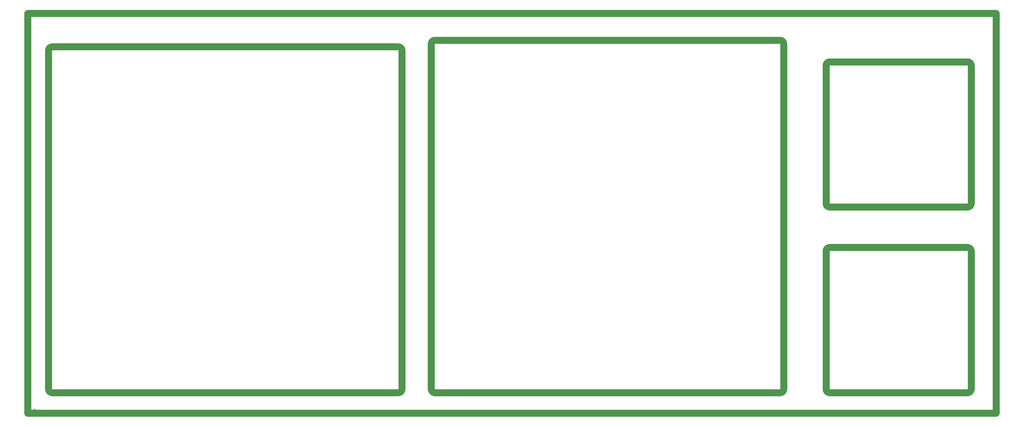
<source format=gm1>
%FSLAX25Y25*%
%MOIN*%
G70*
G01*
G75*
G04 Layer_Color=16711935*
%ADD10O,0.02362X0.05906*%
G04:AMPARAMS|DCode=11|XSize=23.62mil|YSize=35.43mil|CornerRadius=5.91mil|HoleSize=0mil|Usage=FLASHONLY|Rotation=180.000|XOffset=0mil|YOffset=0mil|HoleType=Round|Shape=RoundedRectangle|*
%AMROUNDEDRECTD11*
21,1,0.02362,0.02362,0,0,180.0*
21,1,0.01181,0.03543,0,0,180.0*
1,1,0.01181,-0.00591,0.01181*
1,1,0.01181,0.00591,0.01181*
1,1,0.01181,0.00591,-0.01181*
1,1,0.01181,-0.00591,-0.01181*
%
%ADD11ROUNDEDRECTD11*%
%ADD12R,0.01654X0.03500*%
%ADD13R,0.03543X0.02756*%
G04:AMPARAMS|DCode=14|XSize=23.62mil|YSize=35.43mil|CornerRadius=5.91mil|HoleSize=0mil|Usage=FLASHONLY|Rotation=270.000|XOffset=0mil|YOffset=0mil|HoleType=Round|Shape=RoundedRectangle|*
%AMROUNDEDRECTD14*
21,1,0.02362,0.02362,0,0,270.0*
21,1,0.01181,0.03543,0,0,270.0*
1,1,0.01181,-0.01181,-0.00591*
1,1,0.01181,-0.01181,0.00591*
1,1,0.01181,0.01181,0.00591*
1,1,0.01181,0.01181,-0.00591*
%
%ADD14ROUNDEDRECTD14*%
%ADD15R,0.05906X0.09449*%
%ADD16R,0.09685X0.09095*%
%ADD17O,0.05512X0.01772*%
%ADD18R,0.02756X0.03543*%
G04:AMPARAMS|DCode=19|XSize=31.5mil|YSize=66.93mil|CornerRadius=7.87mil|HoleSize=0mil|Usage=FLASHONLY|Rotation=90.000|XOffset=0mil|YOffset=0mil|HoleType=Round|Shape=RoundedRectangle|*
%AMROUNDEDRECTD19*
21,1,0.03150,0.05118,0,0,90.0*
21,1,0.01575,0.06693,0,0,90.0*
1,1,0.01575,0.02559,0.00787*
1,1,0.01575,0.02559,-0.00787*
1,1,0.01575,-0.02559,-0.00787*
1,1,0.01575,-0.02559,0.00787*
%
%ADD19ROUNDEDRECTD19*%
G04:AMPARAMS|DCode=20|XSize=82.68mil|YSize=137.8mil|CornerRadius=20.67mil|HoleSize=0mil|Usage=FLASHONLY|Rotation=90.000|XOffset=0mil|YOffset=0mil|HoleType=Round|Shape=RoundedRectangle|*
%AMROUNDEDRECTD20*
21,1,0.08268,0.09646,0,0,90.0*
21,1,0.04134,0.13780,0,0,90.0*
1,1,0.04134,0.04823,0.02067*
1,1,0.04134,0.04823,-0.02067*
1,1,0.04134,-0.04823,-0.02067*
1,1,0.04134,-0.04823,0.02067*
%
%ADD20ROUNDEDRECTD20*%
%ADD21C,0.01181*%
%ADD22C,0.00787*%
%ADD23C,0.01969*%
%ADD24C,0.04331*%
%ADD25C,0.07874*%
%ADD26C,0.05512*%
%ADD27C,0.04724*%
%ADD28C,0.05906*%
%ADD29C,0.01000*%
%ADD30C,0.11798*%
%ADD31O,0.09843X0.02953*%
%ADD32O,0.04803X0.01575*%
%ADD33R,0.08661X0.03150*%
%ADD34O,0.01102X0.02520*%
%ADD35O,0.02520X0.01102*%
%ADD36O,0.00984X0.03189*%
%ADD37O,0.03189X0.00984*%
%ADD38R,0.01969X0.01181*%
%ADD39C,0.03937*%
%ADD40C,0.07087*%
%ADD41C,0.11794*%
%ADD42C,0.01102*%
%ADD43R,0.08071X0.08268*%
%ADD44R,0.07185X0.07677*%
%ADD45R,0.02362X0.05906*%
%ADD46R,0.04331X0.06693*%
%ADD47R,0.04449X0.08740*%
%ADD48R,0.03543X0.03150*%
%ADD49R,0.19488X0.10787*%
%ADD50O,0.01772X0.05512*%
%ADD51R,0.04331X0.02362*%
%ADD52R,0.05118X0.02756*%
%ADD53R,0.03500X0.01654*%
G04:AMPARAMS|DCode=54|XSize=31.5mil|YSize=66.93mil|CornerRadius=7.87mil|HoleSize=0mil|Usage=FLASHONLY|Rotation=0.000|XOffset=0mil|YOffset=0mil|HoleType=Round|Shape=RoundedRectangle|*
%AMROUNDEDRECTD54*
21,1,0.03150,0.05118,0,0,0.0*
21,1,0.01575,0.06693,0,0,0.0*
1,1,0.01575,0.00787,-0.02559*
1,1,0.01575,-0.00787,-0.02559*
1,1,0.01575,-0.00787,0.02559*
1,1,0.01575,0.00787,0.02559*
%
%ADD54ROUNDEDRECTD54*%
G04:AMPARAMS|DCode=55|XSize=82.68mil|YSize=137.8mil|CornerRadius=20.67mil|HoleSize=0mil|Usage=FLASHONLY|Rotation=0.000|XOffset=0mil|YOffset=0mil|HoleType=Round|Shape=RoundedRectangle|*
%AMROUNDEDRECTD55*
21,1,0.08268,0.09646,0,0,0.0*
21,1,0.04134,0.13780,0,0,0.0*
1,1,0.04134,0.02067,-0.04823*
1,1,0.04134,-0.02067,-0.04823*
1,1,0.04134,-0.02067,0.04823*
1,1,0.04134,0.02067,0.04823*
%
%ADD55ROUNDEDRECTD55*%
%ADD56R,0.03150X0.03543*%
%ADD57C,0.02756*%
%ADD58C,0.01575*%
%ADD59C,0.02362*%
%ADD60C,0.03150*%
%ADD61C,0.01772*%
%ADD62C,0.03543*%
%ADD63C,0.39370*%
%ADD64C,0.05906*%
%ADD65R,0.05906X0.05906*%
%ADD66R,0.05906X0.05906*%
%ADD67C,0.11811*%
%ADD68C,0.05000*%
%ADD69C,0.02756*%
%ADD70C,0.06000*%
%ADD71C,0.11024*%
%ADD72C,0.07874*%
%ADD73C,0.02559*%
%ADD74C,0.00984*%
%ADD75C,0.00492*%
%ADD76C,0.00394*%
%ADD77O,0.03162X0.06706*%
G04:AMPARAMS|DCode=78|XSize=31.62mil|YSize=43.43mil|CornerRadius=9.91mil|HoleSize=0mil|Usage=FLASHONLY|Rotation=180.000|XOffset=0mil|YOffset=0mil|HoleType=Round|Shape=RoundedRectangle|*
%AMROUNDEDRECTD78*
21,1,0.03162,0.02362,0,0,180.0*
21,1,0.01181,0.04343,0,0,180.0*
1,1,0.01981,-0.00591,0.01181*
1,1,0.01981,0.00591,0.01181*
1,1,0.01981,0.00591,-0.01181*
1,1,0.01981,-0.00591,-0.01181*
%
%ADD78ROUNDEDRECTD78*%
%ADD79R,0.02454X0.04300*%
%ADD80R,0.04343X0.03556*%
G04:AMPARAMS|DCode=81|XSize=31.62mil|YSize=43.43mil|CornerRadius=9.91mil|HoleSize=0mil|Usage=FLASHONLY|Rotation=270.000|XOffset=0mil|YOffset=0mil|HoleType=Round|Shape=RoundedRectangle|*
%AMROUNDEDRECTD81*
21,1,0.03162,0.02362,0,0,270.0*
21,1,0.01181,0.04343,0,0,270.0*
1,1,0.01981,-0.01181,-0.00591*
1,1,0.01981,-0.01181,0.00591*
1,1,0.01981,0.01181,0.00591*
1,1,0.01981,0.01181,-0.00591*
%
%ADD81ROUNDEDRECTD81*%
%ADD82R,0.06706X0.10249*%
%ADD83R,0.10485X0.09894*%
%ADD84O,0.06312X0.02572*%
%ADD85R,0.03556X0.04343*%
G04:AMPARAMS|DCode=86|XSize=39.5mil|YSize=74.93mil|CornerRadius=11.87mil|HoleSize=0mil|Usage=FLASHONLY|Rotation=90.000|XOffset=0mil|YOffset=0mil|HoleType=Round|Shape=RoundedRectangle|*
%AMROUNDEDRECTD86*
21,1,0.03950,0.05118,0,0,90.0*
21,1,0.01575,0.07493,0,0,90.0*
1,1,0.02375,0.02559,0.00787*
1,1,0.02375,0.02559,-0.00787*
1,1,0.02375,-0.02559,-0.00787*
1,1,0.02375,-0.02559,0.00787*
%
%ADD86ROUNDEDRECTD86*%
G04:AMPARAMS|DCode=87|XSize=90.68mil|YSize=145.79mil|CornerRadius=24.67mil|HoleSize=0mil|Usage=FLASHONLY|Rotation=90.000|XOffset=0mil|YOffset=0mil|HoleType=Round|Shape=RoundedRectangle|*
%AMROUNDEDRECTD87*
21,1,0.09068,0.09646,0,0,90.0*
21,1,0.04134,0.14579,0,0,90.0*
1,1,0.04934,0.04823,0.02067*
1,1,0.04934,0.04823,-0.02067*
1,1,0.04934,-0.04823,-0.02067*
1,1,0.04934,-0.04823,0.02067*
%
%ADD87ROUNDEDRECTD87*%
%ADD88O,0.10642X0.03753*%
%ADD89O,0.05603X0.02375*%
%ADD90R,0.09461X0.03950*%
%ADD91O,0.01496X0.02913*%
%ADD92O,0.02913X0.01496*%
%ADD93O,0.01784X0.03989*%
%ADD94O,0.03989X0.01784*%
%ADD95O,0.01575X0.03780*%
%ADD96O,0.03780X0.01575*%
%ADD97R,0.02769X0.01981*%
%ADD98R,0.03162X0.06706*%
%ADD99R,0.05131X0.07493*%
%ADD100R,0.05249X0.09540*%
%ADD101R,0.04343X0.03950*%
%ADD102R,0.20288X0.11587*%
%ADD103O,0.02572X0.06312*%
%ADD104R,0.05131X0.03162*%
%ADD105R,0.05918X0.03556*%
%ADD106R,0.04300X0.02454*%
G04:AMPARAMS|DCode=107|XSize=39.5mil|YSize=74.93mil|CornerRadius=11.87mil|HoleSize=0mil|Usage=FLASHONLY|Rotation=0.000|XOffset=0mil|YOffset=0mil|HoleType=Round|Shape=RoundedRectangle|*
%AMROUNDEDRECTD107*
21,1,0.03950,0.05118,0,0,0.0*
21,1,0.01575,0.07493,0,0,0.0*
1,1,0.02375,0.00787,-0.02559*
1,1,0.02375,-0.00787,-0.02559*
1,1,0.02375,-0.00787,0.02559*
1,1,0.02375,0.00787,0.02559*
%
%ADD107ROUNDEDRECTD107*%
G04:AMPARAMS|DCode=108|XSize=90.68mil|YSize=145.79mil|CornerRadius=24.67mil|HoleSize=0mil|Usage=FLASHONLY|Rotation=0.000|XOffset=0mil|YOffset=0mil|HoleType=Round|Shape=RoundedRectangle|*
%AMROUNDEDRECTD108*
21,1,0.09068,0.09646,0,0,0.0*
21,1,0.04134,0.14579,0,0,0.0*
1,1,0.04934,0.02067,-0.04823*
1,1,0.04934,-0.02067,-0.04823*
1,1,0.04934,-0.02067,0.04823*
1,1,0.04934,0.02067,0.04823*
%
%ADD108ROUNDEDRECTD108*%
%ADD109R,0.03950X0.04343*%
%ADD110C,0.40170*%
%ADD111C,0.06706*%
%ADD112R,0.06706X0.06706*%
%ADD113R,0.06706X0.06706*%
%ADD114C,0.12611*%
%ADD115C,0.05800*%
%ADD116C,0.03556*%
%ADD117C,0.06800*%
%ADD118C,0.11824*%
%ADD119C,0.08674*%
%ADD120C,0.03359*%
%ADD121C,0.01000*%
D25*
X153543Y152559D02*
G03*
X157480Y148622I3937J0D01*
G01*
X157480Y542717D02*
G03*
X153543Y538779I0J-3937D01*
G01*
X157480Y542717D02*
G03*
X153543Y538779I0J-3937D01*
G01*
X153543Y152559D02*
G03*
X157480Y148622I3937J0D01*
G01*
X552264D02*
G03*
X556201Y152559I0J3937D01*
G01*
X589567D02*
G03*
X593504Y148622I3937J0D01*
G01*
X552264D02*
G03*
X556201Y152559I0J3937D01*
G01*
X589567D02*
G03*
X593504Y148622I3937J0D01*
G01*
X987205D02*
G03*
X991142Y152559I0J3937D01*
G01*
X987205Y148622D02*
G03*
X991142Y152559I0J3937D01*
G01*
X556201Y538779D02*
G03*
X552264Y542717I-3937J0D01*
G01*
X556201Y538779D02*
G03*
X552264Y542717I-3937J0D01*
G01*
X593504Y550197D02*
G03*
X589567Y546260I0J-3937D01*
G01*
X593504Y550197D02*
G03*
X589567Y546260I0J-3937D01*
G01*
X991142D02*
G03*
X987205Y550197I-3937J0D01*
G01*
X991142Y546260D02*
G03*
X987205Y550197I-3937J0D01*
G01*
X153543Y152559D02*
G03*
X157480Y148622I3937J0D01*
G01*
X157480Y542717D02*
G03*
X153543Y538779I0J-3937D01*
G01*
X157480Y542717D02*
G03*
X153543Y538779I0J-3937D01*
G01*
X153543Y152559D02*
G03*
X157480Y148622I3937J0D01*
G01*
X552264D02*
G03*
X556201Y152559I0J3937D01*
G01*
X589567D02*
G03*
X593504Y148622I3937J0D01*
G01*
X552264D02*
G03*
X556201Y152559I0J3937D01*
G01*
X589567D02*
G03*
X593504Y148622I3937J0D01*
G01*
X987205D02*
G03*
X991142Y152559I0J3937D01*
G01*
X987205Y148622D02*
G03*
X991142Y152559I0J3937D01*
G01*
X556201Y538779D02*
G03*
X552264Y542717I-3937J0D01*
G01*
X556201Y538779D02*
G03*
X552264Y542717I-3937J0D01*
G01*
X593504Y550197D02*
G03*
X589567Y546260I0J-3937D01*
G01*
X593504Y550197D02*
G03*
X589567Y546260I0J-3937D01*
G01*
X991142D02*
G03*
X987205Y550197I-3937J0D01*
G01*
X991142Y546260D02*
G03*
X987205Y550197I-3937J0D01*
G01*
X153543Y152559D02*
G03*
X157480Y148622I3937J0D01*
G01*
X552264D02*
G03*
X556201Y152559I0J3937D01*
G01*
X552264Y148622D02*
G03*
X556201Y152559I0J3937D01*
G01*
X153543D02*
G03*
X157480Y148622I3937J0D01*
G01*
X589567Y152559D02*
G03*
X593504Y148622I3937J0D01*
G01*
X987205D02*
G03*
X991142Y152559I0J3937D01*
G01*
X987205Y148622D02*
G03*
X991142Y152559I0J3937D01*
G01*
X589567D02*
G03*
X593504Y148622I3937J0D01*
G01*
X157480Y542717D02*
G03*
X153543Y538779I0J-3937D01*
G01*
X157480Y542717D02*
G03*
X153543Y538779I0J-3937D01*
G01*
X556201Y538779D02*
G03*
X552264Y542717I-3937J0D01*
G01*
X556201Y538779D02*
G03*
X552264Y542717I-3937J0D01*
G01*
X593504Y550197D02*
G03*
X589567Y546260I0J-3937D01*
G01*
X593504Y550197D02*
G03*
X589567Y546260I0J-3937D01*
G01*
X991142D02*
G03*
X987205Y550197I-3937J0D01*
G01*
X991142Y546260D02*
G03*
X987205Y550197I-3937J0D01*
G01*
X1039370Y152559D02*
G03*
X1043307Y148622I3937J0D01*
G01*
X1039370Y152559D02*
G03*
X1043307Y148622I3937J0D01*
G01*
Y313977D02*
G03*
X1039370Y310039I0J-3937D01*
G01*
X1043307Y313977D02*
G03*
X1039370Y310039I0J-3937D01*
G01*
X1200787Y148622D02*
G03*
X1204725Y152559I0J3937D01*
G01*
X1200787Y148622D02*
G03*
X1204725Y152559I0J3937D01*
G01*
Y310039D02*
G03*
X1200787Y313977I-3937J0D01*
G01*
X1204725Y310039D02*
G03*
X1200787Y313977I-3937J0D01*
G01*
X1039370Y364173D02*
G03*
X1043307Y360236I3937J0D01*
G01*
X1039370Y364173D02*
G03*
X1043307Y360236I3937J0D01*
G01*
Y525591D02*
G03*
X1039370Y521654I0J-3937D01*
G01*
X1043307Y525591D02*
G03*
X1039370Y521654I0J-3937D01*
G01*
X1200787Y360236D02*
G03*
X1204725Y364173I0J3937D01*
G01*
X1200787Y360236D02*
G03*
X1204725Y364173I0J3937D01*
G01*
Y521654D02*
G03*
X1200787Y525591I-3937J0D01*
G01*
X1204725Y521654D02*
G03*
X1200787Y525591I-3937J0D01*
G01*
X129921Y125000D02*
Y580709D01*
X1233268D01*
Y125000D02*
Y580709D01*
X129921Y125000D02*
X1233268D01*
X153543Y538779D02*
X153543Y152559D01*
X157480Y148622D02*
X552264D01*
X157480Y542717D02*
X552264Y542717D01*
X589567Y152559D02*
Y546260D01*
X556201Y538779D02*
X556201Y152559D01*
X593504Y148622D02*
X987205D01*
X991142Y152559D02*
Y546260D01*
X593504Y550197D02*
X987205D01*
X153543Y538779D02*
X153543Y152559D01*
X157480Y148622D02*
X552264D01*
X157480Y542717D02*
X552264Y542717D01*
X589567Y152559D02*
Y546260D01*
X556201Y538779D02*
X556201Y152559D01*
X593504Y148622D02*
X987205D01*
X991142Y152559D02*
Y546260D01*
X593504Y550197D02*
X987205D01*
X157480Y148622D02*
X552264D01*
X153543Y538779D02*
X153543Y152559D01*
X593504Y148622D02*
X987205D01*
X556201Y538779D02*
X556201Y152559D01*
X991142D02*
Y546260D01*
X157480Y542717D02*
X552264Y542717D01*
X589567Y152559D02*
Y546260D01*
X593504Y550197D02*
X987205D01*
X1039370Y152559D02*
Y310039D01*
X1043307Y148622D02*
X1200787D01*
X1043307Y313977D02*
X1200787D01*
X1204725Y152559D02*
Y310039D01*
X1039370Y364173D02*
Y521654D01*
X1043307Y525591D02*
X1200787D01*
X1043307Y360236D02*
X1200787D01*
X1204725Y364173D02*
Y521654D01*
D29*
X136811Y129921D02*
X137795D01*
D121*
X1233268Y570866D02*
D03*
M02*

</source>
